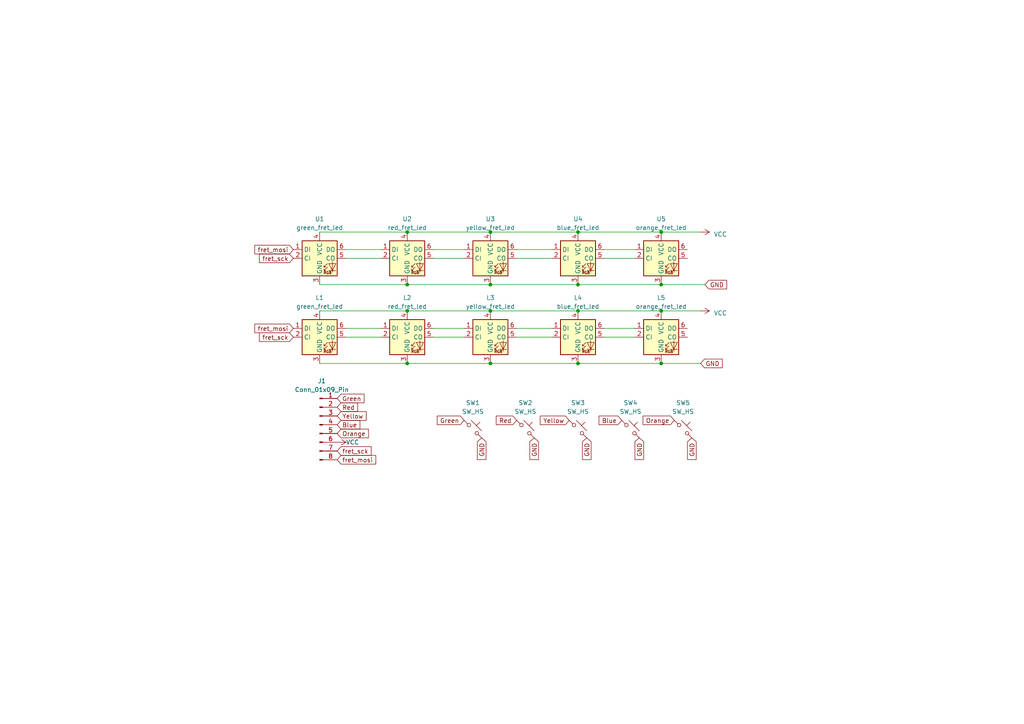
<source format=kicad_sch>
(kicad_sch (version 20231120) (generator "eeschema") (generator_version "8.0")
  (paper "A4")
  (lib_symbols
    (symbol "Connector:Conn_01x08_Pin" (pin_names (offset 1.016) hide)
      (property "Reference" "J" (at 0 10.16 0))
      (property "Value" "Conn_01x08_Pin" (at 0 -12.7 0))
      (symbol "Conn_01x08_Pin_1_1"
        (polyline (pts (xy 1.27 -10.16) (xy 0.8636 -10.16)) (stroke (width 0.1524)))
        (polyline (pts (xy 1.27 -7.62) (xy 0.8636 -7.62)) (stroke (width 0.1524)))
        (polyline (pts (xy 1.27 -5.08) (xy 0.8636 -5.08)) (stroke (width 0.1524)))
        (polyline (pts (xy 1.27 -2.54) (xy 0.8636 -2.54)) (stroke (width 0.1524)))
        (polyline (pts (xy 1.27 0) (xy 0.8636 0)) (stroke (width 0.1524)))
        (polyline (pts (xy 1.27 2.54) (xy 0.8636 2.54)) (stroke (width 0.1524)))
        (polyline (pts (xy 1.27 5.08) (xy 0.8636 5.08)) (stroke (width 0.1524)))
        (polyline (pts (xy 1.27 7.62) (xy 0.8636 7.62)) (stroke (width 0.1524)))
        (rectangle (start 0.8636 -10.033) (end 0 -10.287) (stroke (width 0.1524)) (fill (type outline)))
        (rectangle (start 0.8636 -7.493) (end 0 -7.747) (stroke (width 0.1524)) (fill (type outline)))
        (rectangle (start 0.8636 -4.953) (end 0 -5.207) (stroke (width 0.1524)) (fill (type outline)))
        (rectangle (start 0.8636 -2.413) (end 0 -2.667) (stroke (width 0.1524)) (fill (type outline)))
        (rectangle (start 0.8636 0.127) (end 0 -0.127) (stroke (width 0.1524)) (fill (type outline)))
        (rectangle (start 0.8636 2.667) (end 0 2.413) (stroke (width 0.1524)) (fill (type outline)))
        (rectangle (start 0.8636 5.207) (end 0 4.953) (stroke (width 0.1524)) (fill (type outline)))
        (rectangle (start 0.8636 7.747) (end 0 7.493) (stroke (width 0.1524)) (fill (type outline)))
        (pin passive line (at 5.08 7.62 180) (length 3.81) (name "Pin_1") (number "1"))
        (pin passive line (at 5.08 5.08 180) (length 3.81) (name "Pin_2") (number "2"))
        (pin passive line (at 5.08 2.54 180) (length 3.81) (name "Pin_3") (number "3"))
        (pin passive line (at 5.08 0 180) (length 3.81) (name "Pin_4") (number "4"))
        (pin passive line (at 5.08 -2.54 180) (length 3.81) (name "Pin_5") (number "5"))
        (pin passive line (at 5.08 -5.08 180) (length 3.81) (name "Pin_6") (number "6"))
        (pin passive line (at 5.08 -7.62 180) (length 3.81) (name "Pin_7") (number "7"))
        (pin passive line (at 5.08 -10.16 180) (length 3.81) (name "Pin_8") (number "8"))
      )
    )
    (symbol "LED:APA102"
      (property "Reference" "D" (at 5.08 5.715 0))
      (property "Value" "APA102" (at 1.27 -5.715 0))
      (symbol "APA102_0_0"
        (text "RGB" (at 2.286 -4.191 0) (effects (font (size 0.762 0.762))))
      )
      (symbol "APA102_0_1"
        (polyline (pts (xy 1.27 -3.556) (xy 1.778 -3.556)))
        (polyline (pts (xy 1.27 -2.54) (xy 1.778 -2.54)))
        (polyline (pts (xy 4.699 -3.556) (xy 2.667 -3.556)))
        (polyline (pts (xy 2.286 -2.54) (xy 1.27 -3.556) (xy 1.27 -3.048)))
        (polyline (pts (xy 2.286 -1.524) (xy 1.27 -2.54) (xy 1.27 -2.032)))
        (polyline (pts (xy 3.683 -1.016) (xy 3.683 -3.556) (xy 3.683 -4.064)))
        (polyline (pts (xy 4.699 -1.524) (xy 2.667 -1.524) (xy 3.683 -3.556) (xy 4.699 -1.524)))
        (rectangle (start 5.08 5.08) (end -5.08 -5.08) (stroke (width 0.254)) (fill (type background)))
      )
      (symbol "APA102_1_1"
        (pin input line (at -7.62 2.54 0) (length 2.54) (name "DI") (number "1"))
        (pin input line (at -7.62 0 0) (length 2.54) (name "CI") (number "2"))
        (pin power_in line (at 0 -7.62 90) (length 2.54) (name "GND") (number "3"))
        (pin power_in line (at 0 7.62 270) (length 2.54) (name "VCC") (number "4"))
        (pin output line (at 7.62 0 180) (length 2.54) (name "CO") (number "5"))
        (pin output line (at 7.62 2.54 180) (length 2.54) (name "DO") (number "6"))
      )
    )
    (symbol "marbastlib-mx:MX_SW_HS" (pin_numbers hide) (pin_names (offset 1.016) hide)
      (property "Reference" "SW" (at 3.048 1.016 0))
      (property "Value" "MX_SW_HS" (at 0 -3.81 0))
      (symbol "MX_SW_HS_0_1"
        (circle (center -1.1684 1.1684) (radius 0.508))
        (polyline (pts (xy -0.508 2.54) (xy 2.54 -0.508)))
        (polyline (pts (xy 1.016 1.016) (xy 2.032 2.032)))
        (polyline (pts (xy -2.54 2.54) (xy -1.524 1.524) (xy -1.524 1.524)))
        (polyline (pts (xy 1.524 -1.524) (xy 2.54 -2.54) (xy 2.54 -2.54) (xy 2.54 -2.54)))
        (circle (center 1.143 -1.1938) (radius 0.508))
        (pin passive line (at -2.54 2.54 0) (length 0) (name "1") (number "1"))
        (pin passive line (at 2.54 -2.54 180) (length 0) (name "2") (number "2"))
      )
    )
    (symbol "power:VCC" (power) (pin_names (offset 0))
      (property "Value" "VCC" (at 0 3.81 0))
      (symbol "VCC_0_1"
        (polyline (pts (xy -0.762 1.27) (xy 0 2.54)))
        (polyline (pts (xy 0 0) (xy 0 2.54)))
        (polyline (pts (xy 0 2.54) (xy 0.762 1.27)))
      )
      (symbol "VCC_1_1"
        (pin power_in line (at 0 0 90) (length 0) hide (name "VCC") (number "1"))
      )
    )
  )
  (junction (at 167.64 90.17))
  (junction (at 118.11 82.55))
  (junction (at 142.24 90.17))
  (junction (at 191.77 90.17))
  (junction (at 191.77 82.55))
  (junction (at 167.64 67.31))
  (junction (at 142.24 105.41))
  (junction (at 191.77 105.41))
  (junction (at 167.64 105.41))
  (junction (at 118.11 105.41))
  (junction (at 142.24 82.55))
  (junction (at 167.64 82.55))
  (junction (at 118.11 90.17))
  (junction (at 142.24 67.31))
  (junction (at 118.11 67.31))
  (junction (at 191.77 67.31))
  (wire (pts (xy 167.64 105.41) (xy 191.77 105.41)))
  (wire (pts (xy 149.86 97.79) (xy 160.02 97.79)))
  (wire (pts (xy 125.73 97.79) (xy 134.62 97.79)))
  (wire (pts (xy 100.33 97.79) (xy 110.49 97.79)))
  (wire (pts (xy 92.71 105.41) (xy 118.11 105.41)))
  (wire (pts (xy 191.77 90.17) (xy 203.2 90.17)))
  (wire (pts (xy 175.26 97.79) (xy 184.15 97.79)))
  (wire (pts (xy 191.77 105.41) (xy 203.2 105.41)))
  (wire (pts (xy 92.71 67.31) (xy 118.11 67.31)))
  (wire (pts (xy 149.86 95.25) (xy 160.02 95.25)))
  (wire (pts (xy 175.26 72.39) (xy 184.15 72.39)))
  (wire (pts (xy 191.77 82.55) (xy 204.47 82.55)))
  (wire (pts (xy 118.11 67.31) (xy 142.24 67.31)))
  (wire (pts (xy 125.73 74.93) (xy 134.62 74.93)))
  (wire (pts (xy 142.24 67.31) (xy 167.64 67.31)))
  (wire (pts (xy 175.26 74.93) (xy 184.15 74.93)))
  (wire (pts (xy 100.33 72.39) (xy 110.49 72.39)))
  (wire (pts (xy 167.64 82.55) (xy 191.77 82.55)))
  (wire (pts (xy 92.71 82.55) (xy 118.11 82.55)))
  (wire (pts (xy 118.11 82.55) (xy 142.24 82.55)))
  (wire (pts (xy 149.86 74.93) (xy 160.02 74.93)))
  (wire (pts (xy 191.77 67.31) (xy 203.2 67.31)))
  (wire (pts (xy 142.24 82.55) (xy 167.64 82.55)))
  (wire (pts (xy 92.71 90.17) (xy 118.11 90.17)))
  (wire (pts (xy 175.26 95.25) (xy 184.15 95.25)))
  (wire (pts (xy 149.86 72.39) (xy 160.02 72.39)))
  (wire (pts (xy 167.64 67.31) (xy 191.77 67.31)))
  (wire (pts (xy 142.24 90.17) (xy 167.64 90.17)))
  (wire (pts (xy 167.64 90.17) (xy 191.77 90.17)))
  (wire (pts (xy 100.33 95.25) (xy 110.49 95.25)))
  (wire (pts (xy 142.24 105.41) (xy 167.64 105.41)))
  (wire (pts (xy 125.73 72.39) (xy 134.62 72.39)))
  (wire (pts (xy 118.11 90.17) (xy 142.24 90.17)))
  (wire (pts (xy 125.73 95.25) (xy 134.62 95.25)))
  (wire (pts (xy 100.33 74.93) (xy 110.49 74.93)))
  (wire (pts (xy 118.11 105.41) (xy 142.24 105.41)))
  (global_label "GND" (shape input) (at 185.42 127 270) (property "Intersheetrefs" "${INTERSHEET_REFS}" (effects (hide yes))))
  (global_label "fret_sck" (shape input) (at 97.79 130.81 0) (property "Intersheetrefs" "${INTERSHEET_REFS}" (effects (hide yes))))
  (global_label "fret_sck" (shape input) (at 85.09 74.93 180) (property "Intersheetrefs" "${INTERSHEET_REFS}" (effects (hide yes))))
  (global_label "Red" (shape input) (at 97.79 118.11 0) (property "Intersheetrefs" "${INTERSHEET_REFS}" (effects (hide yes))))
  (global_label "fret_mosi" (shape input) (at 85.09 95.25 180) (property "Intersheetrefs" "${INTERSHEET_REFS}" (effects (hide yes))))
  (global_label "fret_sck" (shape input) (at 85.09 97.79 180) (property "Intersheetrefs" "${INTERSHEET_REFS}" (effects (hide yes))))
  (global_label "GND" (shape input) (at 203.2 105.41 0) (property "Intersheetrefs" "${INTERSHEET_REFS}" (effects (hide yes))))
  (global_label "Yellow" (shape input) (at 165.1 121.92 180) (property "Intersheetrefs" "${INTERSHEET_REFS}" (effects (hide yes))))
  (global_label "GND" (shape input) (at 170.18 127 270) (property "Intersheetrefs" "${INTERSHEET_REFS}" (effects (hide yes))))
  (global_label "Yellow" (shape input) (at 97.79 120.65 0) (property "Intersheetrefs" "${INTERSHEET_REFS}" (effects (hide yes))))
  (global_label "GND" (shape input) (at 200.66 127 270) (property "Intersheetrefs" "${INTERSHEET_REFS}" (effects (hide yes))))
  (global_label "Orange" (shape input) (at 97.79 125.73 0) (property "Intersheetrefs" "${INTERSHEET_REFS}" (effects (hide yes))))
  (global_label "Red" (shape input) (at 149.86 121.92 180) (property "Intersheetrefs" "${INTERSHEET_REFS}" (effects (hide yes))))
  (global_label "fret_mosi" (shape input) (at 97.79 133.35 0) (property "Intersheetrefs" "${INTERSHEET_REFS}" (effects (hide yes))))
  (global_label "Blue" (shape input) (at 180.34 121.92 180) (property "Intersheetrefs" "${INTERSHEET_REFS}" (effects (hide yes))))
  (global_label "GND" (shape input) (at 204.47 82.55 0) (property "Intersheetrefs" "${INTERSHEET_REFS}" (effects (hide yes))))
  (global_label "Orange" (shape input) (at 195.58 121.92 180) (property "Intersheetrefs" "${INTERSHEET_REFS}" (effects (hide yes))))
  (global_label "Green" (shape input) (at 134.62 121.92 180) (property "Intersheetrefs" "${INTERSHEET_REFS}" (effects (hide yes))))
  (global_label "Blue" (shape input) (at 97.79 123.19 0) (property "Intersheetrefs" "${INTERSHEET_REFS}" (effects (hide yes))))
  (global_label "GND" (shape input) (at 154.94 127 270) (property "Intersheetrefs" "${INTERSHEET_REFS}" (effects (hide yes))))
  (global_label "fret_mosi" (shape input) (at 85.09 72.39 180) (property "Intersheetrefs" "${INTERSHEET_REFS}" (effects (hide yes))))
  (global_label "Green" (shape input) (at 97.79 115.57 0) (property "Intersheetrefs" "${INTERSHEET_REFS}" (effects (hide yes))))
  (global_label "GND" (shape input) (at 139.7 127 270) (property "Intersheetrefs" "${INTERSHEET_REFS}" (effects (hide yes))))
  (symbol (lib_id "marbastlib-mx:MX_SW_HS") (at 152.4 124.46 0) (unit 1)
    (property "Reference" "SW2" (at 152.4 116.84 0))
    (property "Value" "SW_HS" (at 152.4 119.38 0))
    (property "Footprint" "Minibar:CherryMX_Choc_Hotswap" (effects (hide yes)))
  )
  (symbol (lib_id "LED:APA102") (at 142.24 97.79 0) (unit 1)
    (property "Reference" "L3" (at 142.24 86.36 0))
    (property "Value" "yellow_fret_led" (at 142.24 88.9 0))
    (property "Footprint" "LED_SMD:LED_RGB_5050-6" (effects (hide yes)))
    (property "Datasheet" "http://www.led-color.com/upload/201506/APA102%20LED.pdf" (effects (hide yes)))
  )
  (symbol (lib_id "power:VCC") (at 97.79 128.27 270) (unit 1)
    (property "Reference" "#PWR03" (effects (hide yes)))
    (property "Value" "VCC" (at 100.33 128.27 90) (effects (justify left)))
  )
  (symbol (lib_id "Connector:Conn_01x08_Pin") (at 92.71 123.19 0) (unit 1)
    (property "Reference" "J1" (at 93.345 110.49 0))
    (property "Value" "Conn_01x09_Pin" (at 93.345 113.03 0))
    (property "Footprint" "Minibar:fpc 0.5K-DX-9PWBG" (effects (hide yes)))
    (property "Description" "Generic connector, single row, 01x08, script generated" (effects (hide yes)))
  )
  (symbol (lib_id "LED:APA102") (at 118.11 97.79 0) (unit 1)
    (property "Reference" "L2" (at 118.11 86.36 0))
    (property "Value" "red_fret_led" (at 118.11 88.9 0))
    (property "Footprint" "LED_SMD:LED_RGB_5050-6" (effects (hide yes)))
    (property "Datasheet" "http://www.led-color.com/upload/201506/APA102%20LED.pdf" (effects (hide yes)))
  )
  (symbol (lib_id "marbastlib-mx:MX_SW_HS") (at 198.12 124.46 0) (unit 1)
    (property "Reference" "SW5" (at 198.12 116.84 0))
    (property "Value" "SW_HS" (at 198.12 119.38 0))
    (property "Footprint" "Minibar:CherryMX_Choc_Hotswap" (effects (hide yes)))
  )
  (symbol (lib_id "marbastlib-mx:MX_SW_HS") (at 182.88 124.46 0) (unit 1)
    (property "Reference" "SW4" (at 182.88 116.84 0))
    (property "Value" "SW_HS" (at 182.88 119.38 0))
    (property "Footprint" "Minibar:CherryMX_Choc_Hotswap" (effects (hide yes)))
  )
  (symbol (lib_id "LED:APA102") (at 118.11 74.93 0) (unit 1)
    (property "Reference" "U2" (at 118.11 63.5 0))
    (property "Value" "red_fret_led" (at 118.11 66.04 0))
    (property "Footprint" "LED_SMD:LED_RGB_5050-6" (effects (hide yes)))
    (property "Datasheet" "http://www.led-color.com/upload/201506/APA102%20LED.pdf" (effects (hide yes)))
  )
  (symbol (lib_id "LED:APA102") (at 167.64 97.79 0) (unit 1)
    (property "Reference" "L4" (at 167.64 86.36 0))
    (property "Value" "blue_fret_led" (at 167.64 88.9 0))
    (property "Footprint" "LED_SMD:LED_RGB_5050-6" (effects (hide yes)))
    (property "Datasheet" "http://www.led-color.com/upload/201506/APA102%20LED.pdf" (effects (hide yes)))
  )
  (symbol (lib_id "LED:APA102") (at 142.24 74.93 0) (unit 1)
    (property "Reference" "U3" (at 142.24 63.5 0))
    (property "Value" "yellow_fret_led" (at 142.24 66.04 0))
    (property "Footprint" "LED_SMD:LED_RGB_5050-6" (effects (hide yes)))
    (property "Datasheet" "http://www.led-color.com/upload/201506/APA102%20LED.pdf" (effects (hide yes)))
  )
  (symbol (lib_id "LED:APA102") (at 167.64 74.93 0) (unit 1)
    (property "Reference" "U4" (at 167.64 63.5 0))
    (property "Value" "blue_fret_led" (at 167.64 66.04 0))
    (property "Footprint" "LED_SMD:LED_RGB_5050-6" (effects (hide yes)))
    (property "Datasheet" "http://www.led-color.com/upload/201506/APA102%20LED.pdf" (effects (hide yes)))
  )
  (symbol (lib_id "power:VCC") (at 203.2 67.31 270) (unit 1)
    (property "Reference" "#PWR02" (effects (hide yes)))
    (property "Value" "VCC" (at 207.01 67.945 90) (effects (justify left)))
  )
  (symbol (lib_id "marbastlib-mx:MX_SW_HS") (at 137.16 124.46 0) (unit 1)
    (property "Reference" "SW1" (at 137.16 116.84 0))
    (property "Value" "SW_HS" (at 137.16 119.38 0))
    (property "Footprint" "Minibar:CherryMX_Choc_Hotswap" (effects (hide yes)))
  )
  (symbol (lib_id "LED:APA102") (at 92.71 74.93 0) (unit 1)
    (property "Reference" "U1" (at 92.71 63.5 0))
    (property "Value" "green_fret_led" (at 92.71 66.04 0))
    (property "Footprint" "LED_SMD:LED_RGB_5050-6" (effects (hide yes)))
    (property "Datasheet" "http://www.led-color.com/upload/201506/APA102%20LED.pdf" (effects (hide yes)))
  )
  (symbol (lib_id "marbastlib-mx:MX_SW_HS") (at 167.64 124.46 0) (unit 1)
    (property "Reference" "SW3" (at 167.64 116.84 0))
    (property "Value" "SW_HS" (at 167.64 119.38 0))
    (property "Footprint" "Minibar:CherryMX_Choc_Hotswap" (effects (hide yes)))
  )
  (symbol (lib_id "LED:APA102") (at 191.77 74.93 0) (unit 1)
    (property "Reference" "U5" (at 191.77 63.5 0))
    (property "Value" "orange_fret_led" (at 191.77 66.04 0))
    (property "Footprint" "LED_SMD:LED_RGB_5050-6" (effects (hide yes)))
    (property "Datasheet" "http://www.led-color.com/upload/201506/APA102%20LED.pdf" (effects (hide yes)))
  )
  (symbol (lib_id "power:VCC") (at 203.2 90.17 270) (unit 1)
    (property "Reference" "#PWR01" (effects (hide yes)))
    (property "Value" "VCC" (at 207.01 90.805 90) (effects (justify left)))
  )
  (symbol (lib_id "LED:APA102") (at 92.71 97.79 0) (unit 1)
    (property "Reference" "L1" (at 92.71 86.36 0))
    (property "Value" "green_fret_led" (at 92.71 88.9 0))
    (property "Footprint" "LED_SMD:LED_RGB_5050-6" (effects (hide yes)))
    (property "Datasheet" "http://www.led-color.com/upload/201506/APA102%20LED.pdf" (effects (hide yes)))
  )
  (symbol (lib_id "LED:APA102") (at 191.77 97.79 0) (unit 1)
    (property "Reference" "L5" (at 191.77 86.36 0))
    (property "Value" "orange_fret_led" (at 191.77 88.9 0))
    (property "Footprint" "LED_SMD:LED_RGB_5050-6" (effects (hide yes)))
    (property "Datasheet" "http://www.led-color.com/upload/201506/APA102%20LED.pdf" (effects (hide yes)))
  )
)
</source>
